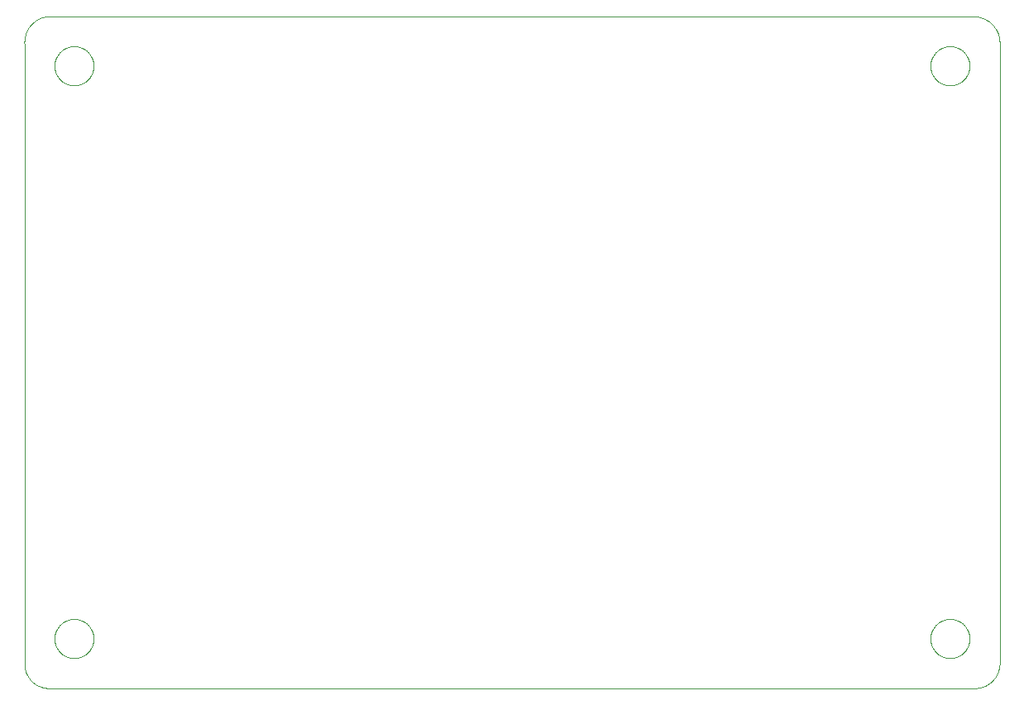
<source format=gtp>
G75*
%MOIN*%
%OFA0B0*%
%FSLAX25Y25*%
%IPPOS*%
%LPD*%
%AMOC8*
5,1,8,0,0,1.08239X$1,22.5*
%
%ADD10C,0.00000*%
D10*
X0014843Y0005000D02*
X0032559Y0005000D01*
X0387598Y0005000D01*
X0387843Y0004996D01*
X0388088Y0004998D01*
X0388332Y0005006D01*
X0388577Y0005020D01*
X0388821Y0005040D01*
X0389064Y0005066D01*
X0389307Y0005097D01*
X0389548Y0005135D01*
X0389789Y0005178D01*
X0390029Y0005227D01*
X0390267Y0005282D01*
X0390504Y0005343D01*
X0390740Y0005409D01*
X0390974Y0005481D01*
X0391206Y0005558D01*
X0391436Y0005642D01*
X0391664Y0005730D01*
X0391890Y0005825D01*
X0392113Y0005924D01*
X0392334Y0006029D01*
X0392553Y0006140D01*
X0392769Y0006255D01*
X0392981Y0006376D01*
X0393191Y0006502D01*
X0393398Y0006633D01*
X0393601Y0006769D01*
X0393802Y0006909D01*
X0393998Y0007055D01*
X0394191Y0007205D01*
X0394381Y0007360D01*
X0394567Y0007519D01*
X0394748Y0007683D01*
X0394926Y0007852D01*
X0395100Y0008024D01*
X0395269Y0008201D01*
X0395434Y0008381D01*
X0395595Y0008566D01*
X0395751Y0008754D01*
X0395903Y0008946D01*
X0396050Y0009142D01*
X0396192Y0009341D01*
X0396329Y0009544D01*
X0396461Y0009749D01*
X0396589Y0009958D01*
X0396711Y0010170D01*
X0396828Y0010385D01*
X0396940Y0010603D01*
X0397046Y0010823D01*
X0397147Y0011046D01*
X0397243Y0011271D01*
X0397334Y0011499D01*
X0397418Y0011728D01*
X0397498Y0011960D01*
X0397571Y0012193D01*
X0397639Y0012428D01*
X0397701Y0012665D01*
X0397758Y0012903D01*
X0397809Y0013142D01*
X0397854Y0013383D01*
X0397893Y0013624D01*
X0397926Y0013867D01*
X0397953Y0014110D01*
X0397975Y0014354D01*
X0397990Y0014598D01*
X0398000Y0014842D01*
X0398000Y0014843D02*
X0398000Y0243000D01*
X0398000Y0265000D01*
X0398004Y0265259D01*
X0398002Y0265517D01*
X0397993Y0265776D01*
X0397979Y0266034D01*
X0397958Y0266292D01*
X0397931Y0266549D01*
X0397897Y0266806D01*
X0397858Y0267061D01*
X0397812Y0267316D01*
X0397760Y0267569D01*
X0397703Y0267822D01*
X0397639Y0268072D01*
X0397569Y0268321D01*
X0397493Y0268568D01*
X0397411Y0268814D01*
X0397323Y0269057D01*
X0397229Y0269298D01*
X0397129Y0269537D01*
X0397024Y0269773D01*
X0396913Y0270007D01*
X0396797Y0270238D01*
X0396674Y0270466D01*
X0396547Y0270691D01*
X0396414Y0270913D01*
X0396276Y0271132D01*
X0396132Y0271347D01*
X0395983Y0271558D01*
X0395829Y0271766D01*
X0395671Y0271971D01*
X0395507Y0272171D01*
X0395339Y0272367D01*
X0395165Y0272560D01*
X0394988Y0272748D01*
X0394805Y0272931D01*
X0394619Y0273110D01*
X0394428Y0273285D01*
X0394233Y0273455D01*
X0394034Y0273620D01*
X0393831Y0273780D01*
X0393624Y0273936D01*
X0393413Y0274086D01*
X0393199Y0274231D01*
X0392982Y0274371D01*
X0392761Y0274506D01*
X0392537Y0274635D01*
X0392310Y0274759D01*
X0392080Y0274877D01*
X0391847Y0274990D01*
X0391611Y0275097D01*
X0391373Y0275198D01*
X0391133Y0275294D01*
X0390890Y0275384D01*
X0390646Y0275467D01*
X0390399Y0275545D01*
X0390150Y0275617D01*
X0389900Y0275683D01*
X0389648Y0275743D01*
X0389395Y0275797D01*
X0389141Y0275844D01*
X0388886Y0275886D01*
X0388630Y0275921D01*
X0388372Y0275950D01*
X0388115Y0275973D01*
X0387857Y0275989D01*
X0387598Y0276000D01*
X0064055Y0276000D01*
X0014843Y0276000D01*
X0014842Y0276000D02*
X0014591Y0275983D01*
X0014339Y0275960D01*
X0014089Y0275931D01*
X0013839Y0275895D01*
X0013590Y0275854D01*
X0013343Y0275807D01*
X0013096Y0275754D01*
X0012851Y0275695D01*
X0012607Y0275630D01*
X0012365Y0275559D01*
X0012125Y0275482D01*
X0011887Y0275399D01*
X0011650Y0275311D01*
X0011416Y0275217D01*
X0011185Y0275118D01*
X0010955Y0275012D01*
X0010729Y0274902D01*
X0010505Y0274786D01*
X0010284Y0274664D01*
X0010066Y0274537D01*
X0009851Y0274405D01*
X0009639Y0274268D01*
X0009431Y0274126D01*
X0009226Y0273979D01*
X0009025Y0273827D01*
X0008828Y0273670D01*
X0008634Y0273508D01*
X0008444Y0273342D01*
X0008259Y0273171D01*
X0008077Y0272995D01*
X0007900Y0272816D01*
X0007728Y0272632D01*
X0007560Y0272444D01*
X0007396Y0272252D01*
X0007237Y0272056D01*
X0007083Y0271857D01*
X0006934Y0271653D01*
X0006789Y0271446D01*
X0006650Y0271236D01*
X0006516Y0271022D01*
X0006387Y0270806D01*
X0006263Y0270586D01*
X0006145Y0270363D01*
X0006032Y0270138D01*
X0005925Y0269909D01*
X0005823Y0269679D01*
X0005727Y0269446D01*
X0005636Y0269210D01*
X0005551Y0268973D01*
X0005472Y0268733D01*
X0005399Y0268492D01*
X0005331Y0268249D01*
X0005270Y0268004D01*
X0005214Y0267758D01*
X0005164Y0267511D01*
X0005121Y0267263D01*
X0005083Y0267013D01*
X0005051Y0266763D01*
X0005026Y0266512D01*
X0005006Y0266261D01*
X0004993Y0266009D01*
X0004986Y0265757D01*
X0004984Y0265504D01*
X0004989Y0265252D01*
X0005000Y0265000D01*
X0005000Y0036500D01*
X0005000Y0014843D01*
X0005003Y0014605D01*
X0005011Y0014367D01*
X0005026Y0014130D01*
X0005046Y0013893D01*
X0005072Y0013657D01*
X0005103Y0013421D01*
X0005140Y0013186D01*
X0005183Y0012952D01*
X0005232Y0012719D01*
X0005286Y0012487D01*
X0005346Y0012257D01*
X0005411Y0012028D01*
X0005482Y0011801D01*
X0005558Y0011576D01*
X0005640Y0011353D01*
X0005727Y0011131D01*
X0005819Y0010912D01*
X0005917Y0010695D01*
X0006019Y0010481D01*
X0006127Y0010269D01*
X0006241Y0010059D01*
X0006359Y0009853D01*
X0006482Y0009649D01*
X0006610Y0009449D01*
X0006742Y0009252D01*
X0006880Y0009057D01*
X0007022Y0008867D01*
X0007169Y0008679D01*
X0007320Y0008496D01*
X0007475Y0008316D01*
X0007635Y0008140D01*
X0007799Y0007968D01*
X0007968Y0007799D01*
X0008140Y0007635D01*
X0008316Y0007475D01*
X0008496Y0007320D01*
X0008679Y0007169D01*
X0008867Y0007022D01*
X0009057Y0006880D01*
X0009252Y0006742D01*
X0009449Y0006610D01*
X0009649Y0006482D01*
X0009853Y0006359D01*
X0010059Y0006241D01*
X0010269Y0006127D01*
X0010481Y0006019D01*
X0010695Y0005917D01*
X0010912Y0005819D01*
X0011131Y0005727D01*
X0011353Y0005640D01*
X0011576Y0005558D01*
X0011801Y0005482D01*
X0012028Y0005411D01*
X0012257Y0005346D01*
X0012487Y0005286D01*
X0012719Y0005232D01*
X0012952Y0005183D01*
X0013186Y0005140D01*
X0013421Y0005103D01*
X0013657Y0005072D01*
X0013893Y0005046D01*
X0014130Y0005026D01*
X0014367Y0005011D01*
X0014605Y0005003D01*
X0014843Y0005000D01*
X0017126Y0025000D02*
X0017128Y0025193D01*
X0017135Y0025386D01*
X0017147Y0025579D01*
X0017164Y0025772D01*
X0017185Y0025964D01*
X0017211Y0026155D01*
X0017242Y0026346D01*
X0017277Y0026536D01*
X0017317Y0026725D01*
X0017362Y0026913D01*
X0017411Y0027100D01*
X0017465Y0027286D01*
X0017523Y0027470D01*
X0017586Y0027653D01*
X0017654Y0027834D01*
X0017725Y0028013D01*
X0017802Y0028191D01*
X0017882Y0028367D01*
X0017967Y0028540D01*
X0018056Y0028712D01*
X0018149Y0028881D01*
X0018246Y0029048D01*
X0018348Y0029213D01*
X0018453Y0029375D01*
X0018562Y0029534D01*
X0018676Y0029691D01*
X0018793Y0029844D01*
X0018913Y0029995D01*
X0019038Y0030143D01*
X0019166Y0030288D01*
X0019297Y0030429D01*
X0019432Y0030568D01*
X0019571Y0030703D01*
X0019712Y0030834D01*
X0019857Y0030962D01*
X0020005Y0031087D01*
X0020156Y0031207D01*
X0020309Y0031324D01*
X0020466Y0031438D01*
X0020625Y0031547D01*
X0020787Y0031652D01*
X0020952Y0031754D01*
X0021119Y0031851D01*
X0021288Y0031944D01*
X0021460Y0032033D01*
X0021633Y0032118D01*
X0021809Y0032198D01*
X0021987Y0032275D01*
X0022166Y0032346D01*
X0022347Y0032414D01*
X0022530Y0032477D01*
X0022714Y0032535D01*
X0022900Y0032589D01*
X0023087Y0032638D01*
X0023275Y0032683D01*
X0023464Y0032723D01*
X0023654Y0032758D01*
X0023845Y0032789D01*
X0024036Y0032815D01*
X0024228Y0032836D01*
X0024421Y0032853D01*
X0024614Y0032865D01*
X0024807Y0032872D01*
X0025000Y0032874D01*
X0025193Y0032872D01*
X0025386Y0032865D01*
X0025579Y0032853D01*
X0025772Y0032836D01*
X0025964Y0032815D01*
X0026155Y0032789D01*
X0026346Y0032758D01*
X0026536Y0032723D01*
X0026725Y0032683D01*
X0026913Y0032638D01*
X0027100Y0032589D01*
X0027286Y0032535D01*
X0027470Y0032477D01*
X0027653Y0032414D01*
X0027834Y0032346D01*
X0028013Y0032275D01*
X0028191Y0032198D01*
X0028367Y0032118D01*
X0028540Y0032033D01*
X0028712Y0031944D01*
X0028881Y0031851D01*
X0029048Y0031754D01*
X0029213Y0031652D01*
X0029375Y0031547D01*
X0029534Y0031438D01*
X0029691Y0031324D01*
X0029844Y0031207D01*
X0029995Y0031087D01*
X0030143Y0030962D01*
X0030288Y0030834D01*
X0030429Y0030703D01*
X0030568Y0030568D01*
X0030703Y0030429D01*
X0030834Y0030288D01*
X0030962Y0030143D01*
X0031087Y0029995D01*
X0031207Y0029844D01*
X0031324Y0029691D01*
X0031438Y0029534D01*
X0031547Y0029375D01*
X0031652Y0029213D01*
X0031754Y0029048D01*
X0031851Y0028881D01*
X0031944Y0028712D01*
X0032033Y0028540D01*
X0032118Y0028367D01*
X0032198Y0028191D01*
X0032275Y0028013D01*
X0032346Y0027834D01*
X0032414Y0027653D01*
X0032477Y0027470D01*
X0032535Y0027286D01*
X0032589Y0027100D01*
X0032638Y0026913D01*
X0032683Y0026725D01*
X0032723Y0026536D01*
X0032758Y0026346D01*
X0032789Y0026155D01*
X0032815Y0025964D01*
X0032836Y0025772D01*
X0032853Y0025579D01*
X0032865Y0025386D01*
X0032872Y0025193D01*
X0032874Y0025000D01*
X0032872Y0024807D01*
X0032865Y0024614D01*
X0032853Y0024421D01*
X0032836Y0024228D01*
X0032815Y0024036D01*
X0032789Y0023845D01*
X0032758Y0023654D01*
X0032723Y0023464D01*
X0032683Y0023275D01*
X0032638Y0023087D01*
X0032589Y0022900D01*
X0032535Y0022714D01*
X0032477Y0022530D01*
X0032414Y0022347D01*
X0032346Y0022166D01*
X0032275Y0021987D01*
X0032198Y0021809D01*
X0032118Y0021633D01*
X0032033Y0021460D01*
X0031944Y0021288D01*
X0031851Y0021119D01*
X0031754Y0020952D01*
X0031652Y0020787D01*
X0031547Y0020625D01*
X0031438Y0020466D01*
X0031324Y0020309D01*
X0031207Y0020156D01*
X0031087Y0020005D01*
X0030962Y0019857D01*
X0030834Y0019712D01*
X0030703Y0019571D01*
X0030568Y0019432D01*
X0030429Y0019297D01*
X0030288Y0019166D01*
X0030143Y0019038D01*
X0029995Y0018913D01*
X0029844Y0018793D01*
X0029691Y0018676D01*
X0029534Y0018562D01*
X0029375Y0018453D01*
X0029213Y0018348D01*
X0029048Y0018246D01*
X0028881Y0018149D01*
X0028712Y0018056D01*
X0028540Y0017967D01*
X0028367Y0017882D01*
X0028191Y0017802D01*
X0028013Y0017725D01*
X0027834Y0017654D01*
X0027653Y0017586D01*
X0027470Y0017523D01*
X0027286Y0017465D01*
X0027100Y0017411D01*
X0026913Y0017362D01*
X0026725Y0017317D01*
X0026536Y0017277D01*
X0026346Y0017242D01*
X0026155Y0017211D01*
X0025964Y0017185D01*
X0025772Y0017164D01*
X0025579Y0017147D01*
X0025386Y0017135D01*
X0025193Y0017128D01*
X0025000Y0017126D01*
X0024807Y0017128D01*
X0024614Y0017135D01*
X0024421Y0017147D01*
X0024228Y0017164D01*
X0024036Y0017185D01*
X0023845Y0017211D01*
X0023654Y0017242D01*
X0023464Y0017277D01*
X0023275Y0017317D01*
X0023087Y0017362D01*
X0022900Y0017411D01*
X0022714Y0017465D01*
X0022530Y0017523D01*
X0022347Y0017586D01*
X0022166Y0017654D01*
X0021987Y0017725D01*
X0021809Y0017802D01*
X0021633Y0017882D01*
X0021460Y0017967D01*
X0021288Y0018056D01*
X0021119Y0018149D01*
X0020952Y0018246D01*
X0020787Y0018348D01*
X0020625Y0018453D01*
X0020466Y0018562D01*
X0020309Y0018676D01*
X0020156Y0018793D01*
X0020005Y0018913D01*
X0019857Y0019038D01*
X0019712Y0019166D01*
X0019571Y0019297D01*
X0019432Y0019432D01*
X0019297Y0019571D01*
X0019166Y0019712D01*
X0019038Y0019857D01*
X0018913Y0020005D01*
X0018793Y0020156D01*
X0018676Y0020309D01*
X0018562Y0020466D01*
X0018453Y0020625D01*
X0018348Y0020787D01*
X0018246Y0020952D01*
X0018149Y0021119D01*
X0018056Y0021288D01*
X0017967Y0021460D01*
X0017882Y0021633D01*
X0017802Y0021809D01*
X0017725Y0021987D01*
X0017654Y0022166D01*
X0017586Y0022347D01*
X0017523Y0022530D01*
X0017465Y0022714D01*
X0017411Y0022900D01*
X0017362Y0023087D01*
X0017317Y0023275D01*
X0017277Y0023464D01*
X0017242Y0023654D01*
X0017211Y0023845D01*
X0017185Y0024036D01*
X0017164Y0024228D01*
X0017147Y0024421D01*
X0017135Y0024614D01*
X0017128Y0024807D01*
X0017126Y0025000D01*
X0017126Y0256000D02*
X0017128Y0256193D01*
X0017135Y0256386D01*
X0017147Y0256579D01*
X0017164Y0256772D01*
X0017185Y0256964D01*
X0017211Y0257155D01*
X0017242Y0257346D01*
X0017277Y0257536D01*
X0017317Y0257725D01*
X0017362Y0257913D01*
X0017411Y0258100D01*
X0017465Y0258286D01*
X0017523Y0258470D01*
X0017586Y0258653D01*
X0017654Y0258834D01*
X0017725Y0259013D01*
X0017802Y0259191D01*
X0017882Y0259367D01*
X0017967Y0259540D01*
X0018056Y0259712D01*
X0018149Y0259881D01*
X0018246Y0260048D01*
X0018348Y0260213D01*
X0018453Y0260375D01*
X0018562Y0260534D01*
X0018676Y0260691D01*
X0018793Y0260844D01*
X0018913Y0260995D01*
X0019038Y0261143D01*
X0019166Y0261288D01*
X0019297Y0261429D01*
X0019432Y0261568D01*
X0019571Y0261703D01*
X0019712Y0261834D01*
X0019857Y0261962D01*
X0020005Y0262087D01*
X0020156Y0262207D01*
X0020309Y0262324D01*
X0020466Y0262438D01*
X0020625Y0262547D01*
X0020787Y0262652D01*
X0020952Y0262754D01*
X0021119Y0262851D01*
X0021288Y0262944D01*
X0021460Y0263033D01*
X0021633Y0263118D01*
X0021809Y0263198D01*
X0021987Y0263275D01*
X0022166Y0263346D01*
X0022347Y0263414D01*
X0022530Y0263477D01*
X0022714Y0263535D01*
X0022900Y0263589D01*
X0023087Y0263638D01*
X0023275Y0263683D01*
X0023464Y0263723D01*
X0023654Y0263758D01*
X0023845Y0263789D01*
X0024036Y0263815D01*
X0024228Y0263836D01*
X0024421Y0263853D01*
X0024614Y0263865D01*
X0024807Y0263872D01*
X0025000Y0263874D01*
X0025193Y0263872D01*
X0025386Y0263865D01*
X0025579Y0263853D01*
X0025772Y0263836D01*
X0025964Y0263815D01*
X0026155Y0263789D01*
X0026346Y0263758D01*
X0026536Y0263723D01*
X0026725Y0263683D01*
X0026913Y0263638D01*
X0027100Y0263589D01*
X0027286Y0263535D01*
X0027470Y0263477D01*
X0027653Y0263414D01*
X0027834Y0263346D01*
X0028013Y0263275D01*
X0028191Y0263198D01*
X0028367Y0263118D01*
X0028540Y0263033D01*
X0028712Y0262944D01*
X0028881Y0262851D01*
X0029048Y0262754D01*
X0029213Y0262652D01*
X0029375Y0262547D01*
X0029534Y0262438D01*
X0029691Y0262324D01*
X0029844Y0262207D01*
X0029995Y0262087D01*
X0030143Y0261962D01*
X0030288Y0261834D01*
X0030429Y0261703D01*
X0030568Y0261568D01*
X0030703Y0261429D01*
X0030834Y0261288D01*
X0030962Y0261143D01*
X0031087Y0260995D01*
X0031207Y0260844D01*
X0031324Y0260691D01*
X0031438Y0260534D01*
X0031547Y0260375D01*
X0031652Y0260213D01*
X0031754Y0260048D01*
X0031851Y0259881D01*
X0031944Y0259712D01*
X0032033Y0259540D01*
X0032118Y0259367D01*
X0032198Y0259191D01*
X0032275Y0259013D01*
X0032346Y0258834D01*
X0032414Y0258653D01*
X0032477Y0258470D01*
X0032535Y0258286D01*
X0032589Y0258100D01*
X0032638Y0257913D01*
X0032683Y0257725D01*
X0032723Y0257536D01*
X0032758Y0257346D01*
X0032789Y0257155D01*
X0032815Y0256964D01*
X0032836Y0256772D01*
X0032853Y0256579D01*
X0032865Y0256386D01*
X0032872Y0256193D01*
X0032874Y0256000D01*
X0032872Y0255807D01*
X0032865Y0255614D01*
X0032853Y0255421D01*
X0032836Y0255228D01*
X0032815Y0255036D01*
X0032789Y0254845D01*
X0032758Y0254654D01*
X0032723Y0254464D01*
X0032683Y0254275D01*
X0032638Y0254087D01*
X0032589Y0253900D01*
X0032535Y0253714D01*
X0032477Y0253530D01*
X0032414Y0253347D01*
X0032346Y0253166D01*
X0032275Y0252987D01*
X0032198Y0252809D01*
X0032118Y0252633D01*
X0032033Y0252460D01*
X0031944Y0252288D01*
X0031851Y0252119D01*
X0031754Y0251952D01*
X0031652Y0251787D01*
X0031547Y0251625D01*
X0031438Y0251466D01*
X0031324Y0251309D01*
X0031207Y0251156D01*
X0031087Y0251005D01*
X0030962Y0250857D01*
X0030834Y0250712D01*
X0030703Y0250571D01*
X0030568Y0250432D01*
X0030429Y0250297D01*
X0030288Y0250166D01*
X0030143Y0250038D01*
X0029995Y0249913D01*
X0029844Y0249793D01*
X0029691Y0249676D01*
X0029534Y0249562D01*
X0029375Y0249453D01*
X0029213Y0249348D01*
X0029048Y0249246D01*
X0028881Y0249149D01*
X0028712Y0249056D01*
X0028540Y0248967D01*
X0028367Y0248882D01*
X0028191Y0248802D01*
X0028013Y0248725D01*
X0027834Y0248654D01*
X0027653Y0248586D01*
X0027470Y0248523D01*
X0027286Y0248465D01*
X0027100Y0248411D01*
X0026913Y0248362D01*
X0026725Y0248317D01*
X0026536Y0248277D01*
X0026346Y0248242D01*
X0026155Y0248211D01*
X0025964Y0248185D01*
X0025772Y0248164D01*
X0025579Y0248147D01*
X0025386Y0248135D01*
X0025193Y0248128D01*
X0025000Y0248126D01*
X0024807Y0248128D01*
X0024614Y0248135D01*
X0024421Y0248147D01*
X0024228Y0248164D01*
X0024036Y0248185D01*
X0023845Y0248211D01*
X0023654Y0248242D01*
X0023464Y0248277D01*
X0023275Y0248317D01*
X0023087Y0248362D01*
X0022900Y0248411D01*
X0022714Y0248465D01*
X0022530Y0248523D01*
X0022347Y0248586D01*
X0022166Y0248654D01*
X0021987Y0248725D01*
X0021809Y0248802D01*
X0021633Y0248882D01*
X0021460Y0248967D01*
X0021288Y0249056D01*
X0021119Y0249149D01*
X0020952Y0249246D01*
X0020787Y0249348D01*
X0020625Y0249453D01*
X0020466Y0249562D01*
X0020309Y0249676D01*
X0020156Y0249793D01*
X0020005Y0249913D01*
X0019857Y0250038D01*
X0019712Y0250166D01*
X0019571Y0250297D01*
X0019432Y0250432D01*
X0019297Y0250571D01*
X0019166Y0250712D01*
X0019038Y0250857D01*
X0018913Y0251005D01*
X0018793Y0251156D01*
X0018676Y0251309D01*
X0018562Y0251466D01*
X0018453Y0251625D01*
X0018348Y0251787D01*
X0018246Y0251952D01*
X0018149Y0252119D01*
X0018056Y0252288D01*
X0017967Y0252460D01*
X0017882Y0252633D01*
X0017802Y0252809D01*
X0017725Y0252987D01*
X0017654Y0253166D01*
X0017586Y0253347D01*
X0017523Y0253530D01*
X0017465Y0253714D01*
X0017411Y0253900D01*
X0017362Y0254087D01*
X0017317Y0254275D01*
X0017277Y0254464D01*
X0017242Y0254654D01*
X0017211Y0254845D01*
X0017185Y0255036D01*
X0017164Y0255228D01*
X0017147Y0255421D01*
X0017135Y0255614D01*
X0017128Y0255807D01*
X0017126Y0256000D01*
X0370126Y0256000D02*
X0370128Y0256193D01*
X0370135Y0256386D01*
X0370147Y0256579D01*
X0370164Y0256772D01*
X0370185Y0256964D01*
X0370211Y0257155D01*
X0370242Y0257346D01*
X0370277Y0257536D01*
X0370317Y0257725D01*
X0370362Y0257913D01*
X0370411Y0258100D01*
X0370465Y0258286D01*
X0370523Y0258470D01*
X0370586Y0258653D01*
X0370654Y0258834D01*
X0370725Y0259013D01*
X0370802Y0259191D01*
X0370882Y0259367D01*
X0370967Y0259540D01*
X0371056Y0259712D01*
X0371149Y0259881D01*
X0371246Y0260048D01*
X0371348Y0260213D01*
X0371453Y0260375D01*
X0371562Y0260534D01*
X0371676Y0260691D01*
X0371793Y0260844D01*
X0371913Y0260995D01*
X0372038Y0261143D01*
X0372166Y0261288D01*
X0372297Y0261429D01*
X0372432Y0261568D01*
X0372571Y0261703D01*
X0372712Y0261834D01*
X0372857Y0261962D01*
X0373005Y0262087D01*
X0373156Y0262207D01*
X0373309Y0262324D01*
X0373466Y0262438D01*
X0373625Y0262547D01*
X0373787Y0262652D01*
X0373952Y0262754D01*
X0374119Y0262851D01*
X0374288Y0262944D01*
X0374460Y0263033D01*
X0374633Y0263118D01*
X0374809Y0263198D01*
X0374987Y0263275D01*
X0375166Y0263346D01*
X0375347Y0263414D01*
X0375530Y0263477D01*
X0375714Y0263535D01*
X0375900Y0263589D01*
X0376087Y0263638D01*
X0376275Y0263683D01*
X0376464Y0263723D01*
X0376654Y0263758D01*
X0376845Y0263789D01*
X0377036Y0263815D01*
X0377228Y0263836D01*
X0377421Y0263853D01*
X0377614Y0263865D01*
X0377807Y0263872D01*
X0378000Y0263874D01*
X0378193Y0263872D01*
X0378386Y0263865D01*
X0378579Y0263853D01*
X0378772Y0263836D01*
X0378964Y0263815D01*
X0379155Y0263789D01*
X0379346Y0263758D01*
X0379536Y0263723D01*
X0379725Y0263683D01*
X0379913Y0263638D01*
X0380100Y0263589D01*
X0380286Y0263535D01*
X0380470Y0263477D01*
X0380653Y0263414D01*
X0380834Y0263346D01*
X0381013Y0263275D01*
X0381191Y0263198D01*
X0381367Y0263118D01*
X0381540Y0263033D01*
X0381712Y0262944D01*
X0381881Y0262851D01*
X0382048Y0262754D01*
X0382213Y0262652D01*
X0382375Y0262547D01*
X0382534Y0262438D01*
X0382691Y0262324D01*
X0382844Y0262207D01*
X0382995Y0262087D01*
X0383143Y0261962D01*
X0383288Y0261834D01*
X0383429Y0261703D01*
X0383568Y0261568D01*
X0383703Y0261429D01*
X0383834Y0261288D01*
X0383962Y0261143D01*
X0384087Y0260995D01*
X0384207Y0260844D01*
X0384324Y0260691D01*
X0384438Y0260534D01*
X0384547Y0260375D01*
X0384652Y0260213D01*
X0384754Y0260048D01*
X0384851Y0259881D01*
X0384944Y0259712D01*
X0385033Y0259540D01*
X0385118Y0259367D01*
X0385198Y0259191D01*
X0385275Y0259013D01*
X0385346Y0258834D01*
X0385414Y0258653D01*
X0385477Y0258470D01*
X0385535Y0258286D01*
X0385589Y0258100D01*
X0385638Y0257913D01*
X0385683Y0257725D01*
X0385723Y0257536D01*
X0385758Y0257346D01*
X0385789Y0257155D01*
X0385815Y0256964D01*
X0385836Y0256772D01*
X0385853Y0256579D01*
X0385865Y0256386D01*
X0385872Y0256193D01*
X0385874Y0256000D01*
X0385872Y0255807D01*
X0385865Y0255614D01*
X0385853Y0255421D01*
X0385836Y0255228D01*
X0385815Y0255036D01*
X0385789Y0254845D01*
X0385758Y0254654D01*
X0385723Y0254464D01*
X0385683Y0254275D01*
X0385638Y0254087D01*
X0385589Y0253900D01*
X0385535Y0253714D01*
X0385477Y0253530D01*
X0385414Y0253347D01*
X0385346Y0253166D01*
X0385275Y0252987D01*
X0385198Y0252809D01*
X0385118Y0252633D01*
X0385033Y0252460D01*
X0384944Y0252288D01*
X0384851Y0252119D01*
X0384754Y0251952D01*
X0384652Y0251787D01*
X0384547Y0251625D01*
X0384438Y0251466D01*
X0384324Y0251309D01*
X0384207Y0251156D01*
X0384087Y0251005D01*
X0383962Y0250857D01*
X0383834Y0250712D01*
X0383703Y0250571D01*
X0383568Y0250432D01*
X0383429Y0250297D01*
X0383288Y0250166D01*
X0383143Y0250038D01*
X0382995Y0249913D01*
X0382844Y0249793D01*
X0382691Y0249676D01*
X0382534Y0249562D01*
X0382375Y0249453D01*
X0382213Y0249348D01*
X0382048Y0249246D01*
X0381881Y0249149D01*
X0381712Y0249056D01*
X0381540Y0248967D01*
X0381367Y0248882D01*
X0381191Y0248802D01*
X0381013Y0248725D01*
X0380834Y0248654D01*
X0380653Y0248586D01*
X0380470Y0248523D01*
X0380286Y0248465D01*
X0380100Y0248411D01*
X0379913Y0248362D01*
X0379725Y0248317D01*
X0379536Y0248277D01*
X0379346Y0248242D01*
X0379155Y0248211D01*
X0378964Y0248185D01*
X0378772Y0248164D01*
X0378579Y0248147D01*
X0378386Y0248135D01*
X0378193Y0248128D01*
X0378000Y0248126D01*
X0377807Y0248128D01*
X0377614Y0248135D01*
X0377421Y0248147D01*
X0377228Y0248164D01*
X0377036Y0248185D01*
X0376845Y0248211D01*
X0376654Y0248242D01*
X0376464Y0248277D01*
X0376275Y0248317D01*
X0376087Y0248362D01*
X0375900Y0248411D01*
X0375714Y0248465D01*
X0375530Y0248523D01*
X0375347Y0248586D01*
X0375166Y0248654D01*
X0374987Y0248725D01*
X0374809Y0248802D01*
X0374633Y0248882D01*
X0374460Y0248967D01*
X0374288Y0249056D01*
X0374119Y0249149D01*
X0373952Y0249246D01*
X0373787Y0249348D01*
X0373625Y0249453D01*
X0373466Y0249562D01*
X0373309Y0249676D01*
X0373156Y0249793D01*
X0373005Y0249913D01*
X0372857Y0250038D01*
X0372712Y0250166D01*
X0372571Y0250297D01*
X0372432Y0250432D01*
X0372297Y0250571D01*
X0372166Y0250712D01*
X0372038Y0250857D01*
X0371913Y0251005D01*
X0371793Y0251156D01*
X0371676Y0251309D01*
X0371562Y0251466D01*
X0371453Y0251625D01*
X0371348Y0251787D01*
X0371246Y0251952D01*
X0371149Y0252119D01*
X0371056Y0252288D01*
X0370967Y0252460D01*
X0370882Y0252633D01*
X0370802Y0252809D01*
X0370725Y0252987D01*
X0370654Y0253166D01*
X0370586Y0253347D01*
X0370523Y0253530D01*
X0370465Y0253714D01*
X0370411Y0253900D01*
X0370362Y0254087D01*
X0370317Y0254275D01*
X0370277Y0254464D01*
X0370242Y0254654D01*
X0370211Y0254845D01*
X0370185Y0255036D01*
X0370164Y0255228D01*
X0370147Y0255421D01*
X0370135Y0255614D01*
X0370128Y0255807D01*
X0370126Y0256000D01*
X0370126Y0025000D02*
X0370128Y0025193D01*
X0370135Y0025386D01*
X0370147Y0025579D01*
X0370164Y0025772D01*
X0370185Y0025964D01*
X0370211Y0026155D01*
X0370242Y0026346D01*
X0370277Y0026536D01*
X0370317Y0026725D01*
X0370362Y0026913D01*
X0370411Y0027100D01*
X0370465Y0027286D01*
X0370523Y0027470D01*
X0370586Y0027653D01*
X0370654Y0027834D01*
X0370725Y0028013D01*
X0370802Y0028191D01*
X0370882Y0028367D01*
X0370967Y0028540D01*
X0371056Y0028712D01*
X0371149Y0028881D01*
X0371246Y0029048D01*
X0371348Y0029213D01*
X0371453Y0029375D01*
X0371562Y0029534D01*
X0371676Y0029691D01*
X0371793Y0029844D01*
X0371913Y0029995D01*
X0372038Y0030143D01*
X0372166Y0030288D01*
X0372297Y0030429D01*
X0372432Y0030568D01*
X0372571Y0030703D01*
X0372712Y0030834D01*
X0372857Y0030962D01*
X0373005Y0031087D01*
X0373156Y0031207D01*
X0373309Y0031324D01*
X0373466Y0031438D01*
X0373625Y0031547D01*
X0373787Y0031652D01*
X0373952Y0031754D01*
X0374119Y0031851D01*
X0374288Y0031944D01*
X0374460Y0032033D01*
X0374633Y0032118D01*
X0374809Y0032198D01*
X0374987Y0032275D01*
X0375166Y0032346D01*
X0375347Y0032414D01*
X0375530Y0032477D01*
X0375714Y0032535D01*
X0375900Y0032589D01*
X0376087Y0032638D01*
X0376275Y0032683D01*
X0376464Y0032723D01*
X0376654Y0032758D01*
X0376845Y0032789D01*
X0377036Y0032815D01*
X0377228Y0032836D01*
X0377421Y0032853D01*
X0377614Y0032865D01*
X0377807Y0032872D01*
X0378000Y0032874D01*
X0378193Y0032872D01*
X0378386Y0032865D01*
X0378579Y0032853D01*
X0378772Y0032836D01*
X0378964Y0032815D01*
X0379155Y0032789D01*
X0379346Y0032758D01*
X0379536Y0032723D01*
X0379725Y0032683D01*
X0379913Y0032638D01*
X0380100Y0032589D01*
X0380286Y0032535D01*
X0380470Y0032477D01*
X0380653Y0032414D01*
X0380834Y0032346D01*
X0381013Y0032275D01*
X0381191Y0032198D01*
X0381367Y0032118D01*
X0381540Y0032033D01*
X0381712Y0031944D01*
X0381881Y0031851D01*
X0382048Y0031754D01*
X0382213Y0031652D01*
X0382375Y0031547D01*
X0382534Y0031438D01*
X0382691Y0031324D01*
X0382844Y0031207D01*
X0382995Y0031087D01*
X0383143Y0030962D01*
X0383288Y0030834D01*
X0383429Y0030703D01*
X0383568Y0030568D01*
X0383703Y0030429D01*
X0383834Y0030288D01*
X0383962Y0030143D01*
X0384087Y0029995D01*
X0384207Y0029844D01*
X0384324Y0029691D01*
X0384438Y0029534D01*
X0384547Y0029375D01*
X0384652Y0029213D01*
X0384754Y0029048D01*
X0384851Y0028881D01*
X0384944Y0028712D01*
X0385033Y0028540D01*
X0385118Y0028367D01*
X0385198Y0028191D01*
X0385275Y0028013D01*
X0385346Y0027834D01*
X0385414Y0027653D01*
X0385477Y0027470D01*
X0385535Y0027286D01*
X0385589Y0027100D01*
X0385638Y0026913D01*
X0385683Y0026725D01*
X0385723Y0026536D01*
X0385758Y0026346D01*
X0385789Y0026155D01*
X0385815Y0025964D01*
X0385836Y0025772D01*
X0385853Y0025579D01*
X0385865Y0025386D01*
X0385872Y0025193D01*
X0385874Y0025000D01*
X0385872Y0024807D01*
X0385865Y0024614D01*
X0385853Y0024421D01*
X0385836Y0024228D01*
X0385815Y0024036D01*
X0385789Y0023845D01*
X0385758Y0023654D01*
X0385723Y0023464D01*
X0385683Y0023275D01*
X0385638Y0023087D01*
X0385589Y0022900D01*
X0385535Y0022714D01*
X0385477Y0022530D01*
X0385414Y0022347D01*
X0385346Y0022166D01*
X0385275Y0021987D01*
X0385198Y0021809D01*
X0385118Y0021633D01*
X0385033Y0021460D01*
X0384944Y0021288D01*
X0384851Y0021119D01*
X0384754Y0020952D01*
X0384652Y0020787D01*
X0384547Y0020625D01*
X0384438Y0020466D01*
X0384324Y0020309D01*
X0384207Y0020156D01*
X0384087Y0020005D01*
X0383962Y0019857D01*
X0383834Y0019712D01*
X0383703Y0019571D01*
X0383568Y0019432D01*
X0383429Y0019297D01*
X0383288Y0019166D01*
X0383143Y0019038D01*
X0382995Y0018913D01*
X0382844Y0018793D01*
X0382691Y0018676D01*
X0382534Y0018562D01*
X0382375Y0018453D01*
X0382213Y0018348D01*
X0382048Y0018246D01*
X0381881Y0018149D01*
X0381712Y0018056D01*
X0381540Y0017967D01*
X0381367Y0017882D01*
X0381191Y0017802D01*
X0381013Y0017725D01*
X0380834Y0017654D01*
X0380653Y0017586D01*
X0380470Y0017523D01*
X0380286Y0017465D01*
X0380100Y0017411D01*
X0379913Y0017362D01*
X0379725Y0017317D01*
X0379536Y0017277D01*
X0379346Y0017242D01*
X0379155Y0017211D01*
X0378964Y0017185D01*
X0378772Y0017164D01*
X0378579Y0017147D01*
X0378386Y0017135D01*
X0378193Y0017128D01*
X0378000Y0017126D01*
X0377807Y0017128D01*
X0377614Y0017135D01*
X0377421Y0017147D01*
X0377228Y0017164D01*
X0377036Y0017185D01*
X0376845Y0017211D01*
X0376654Y0017242D01*
X0376464Y0017277D01*
X0376275Y0017317D01*
X0376087Y0017362D01*
X0375900Y0017411D01*
X0375714Y0017465D01*
X0375530Y0017523D01*
X0375347Y0017586D01*
X0375166Y0017654D01*
X0374987Y0017725D01*
X0374809Y0017802D01*
X0374633Y0017882D01*
X0374460Y0017967D01*
X0374288Y0018056D01*
X0374119Y0018149D01*
X0373952Y0018246D01*
X0373787Y0018348D01*
X0373625Y0018453D01*
X0373466Y0018562D01*
X0373309Y0018676D01*
X0373156Y0018793D01*
X0373005Y0018913D01*
X0372857Y0019038D01*
X0372712Y0019166D01*
X0372571Y0019297D01*
X0372432Y0019432D01*
X0372297Y0019571D01*
X0372166Y0019712D01*
X0372038Y0019857D01*
X0371913Y0020005D01*
X0371793Y0020156D01*
X0371676Y0020309D01*
X0371562Y0020466D01*
X0371453Y0020625D01*
X0371348Y0020787D01*
X0371246Y0020952D01*
X0371149Y0021119D01*
X0371056Y0021288D01*
X0370967Y0021460D01*
X0370882Y0021633D01*
X0370802Y0021809D01*
X0370725Y0021987D01*
X0370654Y0022166D01*
X0370586Y0022347D01*
X0370523Y0022530D01*
X0370465Y0022714D01*
X0370411Y0022900D01*
X0370362Y0023087D01*
X0370317Y0023275D01*
X0370277Y0023464D01*
X0370242Y0023654D01*
X0370211Y0023845D01*
X0370185Y0024036D01*
X0370164Y0024228D01*
X0370147Y0024421D01*
X0370135Y0024614D01*
X0370128Y0024807D01*
X0370126Y0025000D01*
M02*

</source>
